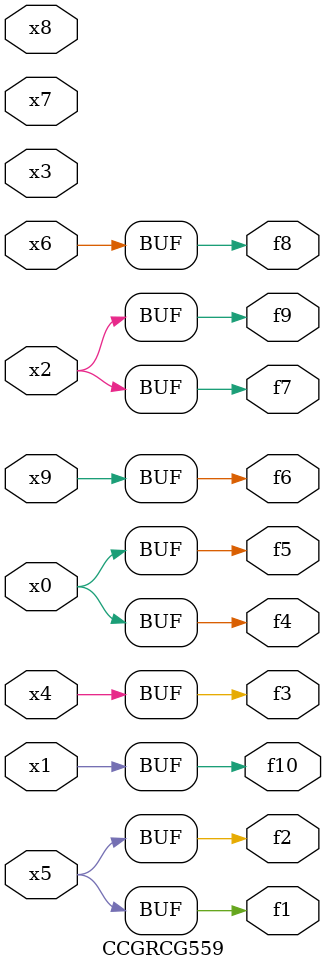
<source format=v>
module CCGRCG559(
	input x0, x1, x2, x3, x4, x5, x6, x7, x8, x9,
	output f1, f2, f3, f4, f5, f6, f7, f8, f9, f10
);
	assign f1 = x5;
	assign f2 = x5;
	assign f3 = x4;
	assign f4 = x0;
	assign f5 = x0;
	assign f6 = x9;
	assign f7 = x2;
	assign f8 = x6;
	assign f9 = x2;
	assign f10 = x1;
endmodule

</source>
